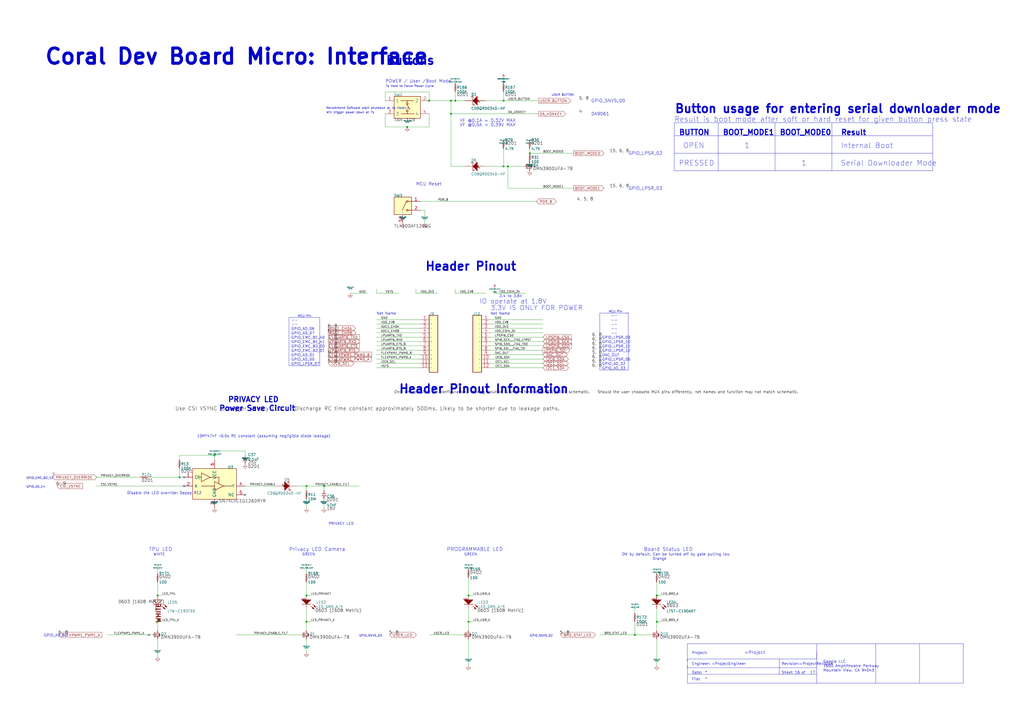
<source format=kicad_sch>
(kicad_sch (version 20230121) (generator eeschema)
  (paper "A2")
  (title_block (title "16 INTERFACE-SchDoc") (date "31 01 2024"))
  (lib_symbols
    (symbol "16 INTERFACE-SchDoc-rescue:224_1-" (pin_names (offset 1.016))
      (property "Reference" "SW" (at -15.24 2.54 0))
      (property "Value" "224_1" (at 0 0 0))
      (symbol "224_1-_0_1"
        (pin passive line (at 0 0 0) (length 5.08) (name "P") (number "1"))
        (pin passive line (at 0 -5.08 0) (length 5.08) (name "P") (number "2"))
        (pin passive line (at 10.16 -12.7 90) (length 5.08) (name "SH") (number "SH"))
      )
    )
    (symbol "16 INTERFACE-SchDoc-rescue:BUF_SN74LVC1G126DRYR-" (pin_names (offset 1.016))
      (property "Reference" "U" (at 20.32 0 0))
      (property "Value" "BUF_SN74LVC1G126DRYR" (at 0 0 0))
      (symbol "BUF_SN74LVC1G126DRYR-_0_1"
        (pin input line (at -5.08 -5.08 0) (length 5.08) (name "OE") (number "1"))
        (pin input line (at -5.08 -10.16 0) (length 5.08) (name "A") (number "2"))
        (pin power_in line (at 12.7 -22.86 90) (length 5.08) (name "GND") (number "3"))
        (pin output line (at 30.48 -10.16 180) (length 5.08) (name "Y") (number "4"))
        (pin passive line (at 30.48 -15.24 180) (length 5.08) (name "NC") (number "5"))
        (pin power_in line (at 12.7 5.08 270) (length 5.08) (name "VCC") (number "6"))
      )
    )
    (symbol "16 INTERFACE-SchDoc-rescue:CONN_HEADER_1X12_POS_0.1_INCH-" (pin_names (offset 1.016))
      (property "Reference" "J" (at -5.08 0 0))
      (property "Value" "CONN_HEADER_1X12_POS_0.1_INCH" (at 0 0 0))
      (symbol "CONN_HEADER_1X12_POS_0.1_INCH-_0_1"
        (pin passive line (at -5.08 -2.54 0) (length 5.08) (name "1") (number "1"))
        (pin passive line (at -5.08 -25.4 0) (length 5.08) (name "10") (number "10"))
        (pin passive line (at -5.08 -27.94 0) (length 5.08) (name "11") (number "11"))
        (pin passive line (at -5.08 -30.48 0) (length 5.08) (name "12") (number "12"))
        (pin passive line (at -5.08 -5.08 0) (length 5.08) (name "2") (number "2"))
        (pin passive line (at -5.08 -7.62 0) (length 5.08) (name "3") (number "3"))
        (pin passive line (at -5.08 -10.16 0) (length 5.08) (name "4") (number "4"))
        (pin passive line (at -5.08 -12.7 0) (length 5.08) (name "5") (number "5"))
        (pin passive line (at -5.08 -15.24 0) (length 5.08) (name "6") (number "6"))
        (pin passive line (at -5.08 -17.78 0) (length 5.08) (name "7") (number "7"))
        (pin passive line (at -5.08 -20.32 0) (length 5.08) (name "8") (number "8"))
        (pin passive line (at -5.08 -22.86 0) (length 5.08) (name "9") (number "9"))
      )
    )
    (symbol "16 INTERFACE-SchDoc-rescue:NFET_DMN3900UFA-" (pin_names (offset 1.016))
      (property "Reference" "Q" (at 4.318 -0.254 0))
      (property "Value" "NFET_DMN3900UFA" (at 0 0 0))
      (symbol "NFET_DMN3900UFA-_0_1"
        (pin passive line (at 0 0 0) (length 0.508) (name "G") (number "1"))
        (pin passive line (at 2.54 -2.54 90) (length 0.508) (name "S") (number "2"))
        (pin passive line (at 2.54 2.54 270) (length 0.508) (name "D") (number "3"))
      )
    )
    (symbol "16 INTERFACE-SchDoc-rescue:SWITCH_TAH1QR-" (pin_names (offset 1.016))
      (property "Reference" "SW" (at 0 0 0))
      (property "Value" "SWITCH_TAH1QR" (at 0 0 0))
      (symbol "SWITCH_TAH1QR-_0_1"
        (pin passive line (at -5.08 -2.54 0) (length 5.08) (name "1") (number "1"))
        (pin passive line (at 20.32 -2.54 180) (length 5.08) (name "2") (number "2"))
        (pin passive line (at -5.08 -10.16 0) (length 5.08) (name "3") (number "3"))
        (pin passive line (at 20.32 -10.16 180) (length 5.08) (name "4") (number "4"))
      )
    )
    (symbol "16 INTERFACE-SchDoc-rescue:__Template_Cap-" (pin_names (offset 1.016))
      (property "Reference" "C" (at 1.524 -0.508 0))
      (property "Value" "__Template_Cap" (at 0 0 0))
      (symbol "__Template_Cap-_0_1"
        (pin passive line (at 0 0 270) (length 2.032) (name "P") (number "1"))
        (pin passive line (at 0 -5.08 90) (length 2.032) (name "P") (number "2"))
      )
    )
    (symbol "16 INTERFACE-SchDoc-rescue:__Template_DIODE_SCHOTTKY-" (pin_names (offset 1.016))
      (property "Reference" "D" (at -3.556 5.334 0))
      (property "Value" "__Template_DIODE_SCHOTTKY" (at 0 0 0))
      (symbol "__Template_DIODE_SCHOTTKY-_0_1"
        (pin passive line (at -5.08 -2.54 0) (length 5.08) (name "A") (number "A"))
        (pin passive line (at 0 -5.08 90) (length 2.286) (name "P") (number "A"))
        (pin passive line (at 7.62 -2.54 180) (length 5.08) (name "K") (number "K"))
        (pin passive line (at 0 0 270) (length 2.032) (name "P") (number "K"))
      )
    )
    (symbol "16 INTERFACE-SchDoc-rescue:__Template_LED_GRN_A/K-" (pin_names (offset 1.016))
      (property "Reference" "LED" (at 5.588 -2.286 0))
      (property "Value" "__Template_LED_GRN_A/K" (at 5.588 -4.826 90))
      (symbol "__Template_LED_GRN_A/K-_0_1"
        (pin passive line (at -2.54 0 0) (length 2.54) (name "A") (number "A"))
        (pin passive line (at 5.08 0 180) (length 2.54) (name "K") (number "K"))
      )
      (symbol "__Template_LED_GRN_A/K-_1_1"
        (text "GRN" (at 0.254 -3.048 2700) (effects (font (size 0.9144 0.9144)) (justify left bottom)))
      )
    )
    (symbol "16 INTERFACE-SchDoc-rescue:__Template_LED_ORG-" (pin_names (offset 1.016))
      (property "Reference" "LED" (at 5.588 -2.286 0))
      (property "Value" "__Template_LED_ORG" (at 0 0 0))
      (symbol "__Template_LED_ORG-_0_1"
        (pin passive line (at 5.08 0 180) (length 2.54) (name "K") (number "1"))
        (pin passive line (at -2.54 0 0) (length 2.54) (name "A") (number "2"))
      )
      (symbol "__Template_LED_ORG-_1_1"
        (text "ORG" (at 0.254 -3.048 2700) (effects (font (size 0.9144 0.9144)) (justify left bottom)))
      )
    )
    (symbol "16 INTERFACE-SchDoc-rescue:__Template_LED_WHT-" (pin_names (offset 1.016))
      (property "Reference" "LED" (at 5.588 -2.286 0))
      (property "Value" "__Template_LED_WHT" (at 0 0 0))
      (symbol "__Template_LED_WHT-_0_1"
        (pin passive line (at 5.08 0 180) (length 2.54) (name "K") (number "1"))
        (pin passive line (at -2.54 0 0) (length 2.54) (name "A") (number "2"))
      )
      (symbol "__Template_LED_WHT-_1_1"
        (text "WHITE" (at 7.62 0.508 0) (effects (font (size 2.54 2.54) bold)))
      )
    )
    (symbol "16 INTERFACE-SchDoc-rescue:__Template_Resistor-" (pin_names (offset 1.016))
      (property "Reference" "R" (at 0.762 1.778 0))
      (property "Value" "__Template_Resistor" (at 0 0 0))
      (symbol "__Template_Resistor-_0_1"
        (pin passive line (at 0 0 0) (length 1.016) (name "P") (number "1"))
        (pin passive line (at 5.08 0 180) (length 1.016) (name "P") (number "2"))
      )
    )
    (symbol "power:GND" (power) (pin_names (offset 0))
      (property "Value" "GND" (at 0 -3.81 0))
      (symbol "GND_1_1"
        (pin power_in line (at 0 0 270) (length 0) hide (name "GND") (number "1"))
      )
    )
    (symbol "power:VDD" (power) (pin_names (offset 0))
      (property "Value" "VDD" (at 0 3.81 0))
      (symbol "VDD_1_1"
        (pin power_in line (at 0 0 90) (length 0) hide (name "VDD") (number "1"))
      )
    )
  )
  (junction (at 91.44 360.68))
  (junction (at 236.22 73.66))
  (junction (at 271.78 360.68))
  (junction (at 381 360.68))
  (junction (at 294.64 96.52))
  (junction (at 261.62 58.42))
  (junction (at 292.1 58.42))
  (junction (at 187.96 281.94))
  (junction (at 177.8 281.94))
  (junction (at 177.8 360.68))
  (junction (at 248.92 58.42))
  (junction (at 124.46 264.16))
  (junction (at 177.8 345.44))
  (junction (at 381 345.44))
  (junction (at 368.3 368.3))
  (junction (at 264.16 58.42))
  (junction (at 91.44 345.44))
  (junction (at 307.34 88.9))
  (junction (at 271.78 345.44))
  (junction (at 261.62 66.04))
  (junction (at 292.1 96.52))
  (junction (at 104.14 276.86))
  (no_connect (at 142.24 287.02))
  (no_connect (at 86.36 368.3))
  (no_connect (at 106.68 281.94))
  (no_connect (at 106.68 276.86))
  (wire (pts (xy 175.26 368.3) (xy 137.16 368.3)))
  (wire (pts (xy 243.84 198.12) (xy 218.44 198.12)))
  (wire (pts (xy 218.44 170.18) (xy 218.44 167.64)))
  (wire (pts (xy 208.28 281.94) (xy 187.96 281.94)))
  (wire (pts (xy 314.96 195.58) (xy 284.48 195.58)))
  (wire (pts (xy 248.92 58.42) (xy 248.92 53.34)))
  (wire (pts (xy 218.44 200.66) (xy 243.84 200.66)))
  (polyline (pts (xy 473.71 373.38) (xy 473.71 382.27)))
  (wire (pts (xy 332.74 88.9) (xy 307.34 88.9)))
  (wire (pts (xy 261.62 96.52) (xy 261.62 66.04)))
  (wire (pts (xy 81.28 276.86) (xy 55.88 276.86)))
  (wire (pts (xy 284.48 200.66) (xy 314.96 200.66)))
  (wire (pts (xy 236.22 73.66) (xy 223.52 73.66)))
  (wire (pts (xy 177.8 360.68) (xy 177.8 365.76)))
  (wire (pts (xy 292.1 58.42) (xy 292.1 53.34)))
  (wire (pts (xy 248.92 66.04) (xy 248.92 73.66)))
  (polyline (pts (xy 185.42 184.15) (xy 185.42 212.09)))
  (wire (pts (xy 304.8 96.52) (xy 294.64 96.52)))
  (wire (pts (xy 314.96 185.42) (xy 284.48 185.42)))
  (wire (pts (xy 177.8 370.84) (xy 177.8 378.46)))
  (wire (pts (xy 104.14 276.86) (xy 104.14 271.78)))
  (wire (pts (xy 287.02 170.18) (xy 304.8 170.18)))
  (wire (pts (xy 368.3 368.3) (xy 347.98 368.3)))
  (wire (pts (xy 269.24 96.52) (xy 261.62 96.52)))
  (wire (pts (xy 248.92 73.66) (xy 236.22 73.66)))
  (wire (pts (xy 124.46 261.62) (xy 142.24 261.62)))
  (wire (pts (xy 264.16 48.26) (xy 264.16 45.72)))
  (wire (pts (xy 243.84 121.92) (xy 246.38 121.92)))
  (wire (pts (xy 264.16 167.64) (xy 264.16 170.18)))
  (wire (pts (xy 271.78 327.66) (xy 271.78 330.2)))
  (wire (pts (xy 314.96 203.2) (xy 284.48 203.2)))
  (polyline (pts (xy 452.12 391.16) (xy 452.12 382.27)))
  (wire (pts (xy 243.84 195.58) (xy 218.44 195.58)))
  (wire (pts (xy 264.16 58.42) (xy 264.16 53.34)))
  (wire (pts (xy 381 345.44) (xy 381 337.82)))
  (wire (pts (xy 218.44 190.5) (xy 243.84 190.5)))
  (polyline (pts (xy 449.58 99.06) (xy 449.58 71.12)))
  (wire (pts (xy 294.64 109.22) (xy 294.64 96.52)))
  (wire (pts (xy 180.34 360.68) (xy 177.8 360.68)))
  (wire (pts (xy 314.96 208.28) (xy 284.48 208.28)))
  (wire (pts (xy 218.44 205.74) (xy 243.84 205.74)))
  (wire (pts (xy 383.54 360.68) (xy 381 360.68)))
  (wire (pts (xy 314.96 198.12) (xy 284.48 198.12)))
  (wire (pts (xy 292.1 96.52) (xy 281.94 96.52)))
  (wire (pts (xy 271.78 370.84) (xy 271.78 386.08)))
  (wire (pts (xy 86.36 276.86) (xy 104.14 276.86)))
  (wire (pts (xy 124.46 266.7) (xy 124.46 264.16)))
  (wire (pts (xy 177.8 360.68) (xy 177.8 353.06)))
  (wire (pts (xy 284.48 193.04) (xy 314.96 193.04)))
  (wire (pts (xy 91.44 360.68) (xy 91.44 353.06)))
  (wire (pts (xy 218.44 185.42) (xy 243.84 185.42)))
  (wire (pts (xy 93.98 360.68) (xy 91.44 360.68)))
  (wire (pts (xy 187.96 294.64) (xy 187.96 289.56)))
  (wire (pts (xy 294.64 96.52) (xy 292.1 96.52)))
  (wire (pts (xy 91.44 360.68) (xy 91.44 365.76)))
  (wire (pts (xy 106.68 276.86) (xy 104.14 276.86)))
  (polyline (pts (xy 398.78 391.16) (xy 473.71 391.16)))
  (wire (pts (xy 261.62 66.04) (xy 312.42 66.04)))
  (wire (pts (xy 269.24 368.3) (xy 248.92 368.3)))
  (wire (pts (xy 124.46 264.16) (xy 124.46 261.62)))
  (wire (pts (xy 381 330.2) (xy 381 332.74)))
  (wire (pts (xy 314.96 210.82) (xy 284.48 210.82)))
  (wire (pts (xy 312.42 58.42) (xy 292.1 58.42)))
  (polyline (pts (xy 398.78 382.27) (xy 398.78 383.54)))
  (wire (pts (xy 368.3 355.6) (xy 368.3 350.52)))
  (polyline (pts (xy 473.71 382.27) (xy 398.78 382.27)))
  (wire (pts (xy 241.3 170.18) (xy 254 170.18)))
  (wire (pts (xy 243.84 213.36) (xy 218.44 213.36)))
  (wire (pts (xy 177.8 345.44) (xy 177.8 337.82)))
  (wire (pts (xy 314.96 213.36) (xy 284.48 213.36)))
  (wire (pts (xy 88.9 368.3) (xy 62.23 368.3)))
  (wire (pts (xy 292.1 58.42) (xy 281.94 58.42)))
  (wire (pts (xy 307.34 88.9) (xy 307.34 86.36)))
  (polyline (pts (xy 364.49 214.63) (xy 347.98 214.63)))
  (wire (pts (xy 243.84 187.96) (xy 218.44 187.96)))
  (wire (pts (xy 261.62 58.42) (xy 261.62 66.04)))
  (polyline (pts (xy 541.02 88.9) (xy 391.16 88.9)))
  (polyline (pts (xy 398.78 396.24) (xy 398.78 373.38)))
  (wire (pts (xy 246.38 121.92) (xy 246.38 129.54)))
  (wire (pts (xy 381 365.76) (xy 381 360.68)))
  (polyline (pts (xy 363.22 181.61) (xy 364.49 181.61)))
  (wire (pts (xy 287.02 167.64) (xy 287.02 170.18)))
  (wire (pts (xy 332.74 109.22) (xy 294.64 109.22)))
  (wire (pts (xy 314.96 190.5) (xy 284.48 190.5)))
  (wire (pts (xy 243.84 203.2) (xy 218.44 203.2)))
  (wire (pts (xy 378.46 368.3) (xy 368.3 368.3)))
  (polyline (pts (xy 185.42 212.09) (xy 167.64 212.09)))
  (polyline (pts (xy 473.71 396.24) (xy 473.71 391.16)))
  (wire (pts (xy 213.36 170.18) (xy 203.2 170.18)))
  (polyline (pts (xy 473.71 391.16) (xy 473.71 387.35)))
  (polyline (pts (xy 167.64 184.15) (xy 185.42 184.15)))
  (wire (pts (xy 106.68 281.94) (xy 55.88 281.94)))
  (polyline (pts (xy 533.4 396.24) (xy 533.4 373.38)))
  (wire (pts (xy 160.02 281.94) (xy 142.24 281.94)))
  (wire (pts (xy 243.84 208.28) (xy 218.44 208.28)))
  (polyline (pts (xy 416.56 99.06) (xy 416.56 71.12)))
  (wire (pts (xy 264.16 170.18) (xy 281.94 170.18)))
  (wire (pts (xy 177.8 332.74) (xy 177.8 327.66)))
  (wire (pts (xy 284.48 205.74) (xy 314.96 205.74)))
  (wire (pts (xy 292.1 48.26) (xy 292.1 45.72)))
  (wire (pts (xy 381 370.84) (xy 381 386.08)))
  (polyline (pts (xy 398.78 396.24) (xy 558.8 396.24)))
  (wire (pts (xy 271.78 345.44) (xy 274.32 345.44)))
  (wire (pts (xy 269.24 58.42) (xy 264.16 58.42)))
  (wire (pts (xy 241.3 167.64) (xy 241.3 170.18)))
  (polyline (pts (xy 473.71 378.46) (xy 473.71 387.35)))
  (polyline (pts (xy 558.8 396.24) (xy 558.8 373.38)))
  (wire (pts (xy 223.52 73.66) (xy 223.52 66.04)))
  (wire (pts (xy 91.44 381) (xy 91.44 370.84)))
  (wire (pts (xy 243.84 210.82) (xy 218.44 210.82)))
  (polyline (pts (xy 364.49 181.61) (xy 364.49 214.63)))
  (wire (pts (xy 368.3 368.3) (xy 368.3 360.68)))
  (wire (pts (xy 180.34 345.44) (xy 177.8 345.44)))
  (wire (pts (xy 104.14 266.7) (xy 104.14 264.16)))
  (polyline (pts (xy 391.16 71.12) (xy 541.02 71.12)))
  (wire (pts (xy 248.92 53.34) (xy 223.52 53.34)))
  (wire (pts (xy 177.8 289.56) (xy 177.8 294.64)))
  (polyline (pts (xy 398.78 387.35) (xy 398.78 386.08)))
  (wire (pts (xy 177.8 281.94) (xy 172.72 281.94)))
  (wire (pts (xy 381 345.44) (xy 383.54 345.44)))
  (polyline (pts (xy 473.71 387.35) (xy 398.78 387.35)))
  (wire (pts (xy 274.32 360.68) (xy 271.78 360.68)))
  (wire (pts (xy 264.16 58.42) (xy 261.62 58.42)))
  (polyline (pts (xy 391.16 99.06) (xy 391.16 71.12)))
  (wire (pts (xy 314.96 187.96) (xy 284.48 187.96)))
  (polyline (pts (xy 347.98 214.63) (xy 347.98 181.61)))
  (polyline (pts (xy 482.6 99.06) (xy 482.6 71.12)))
  (wire (pts (xy 243.84 116.84) (xy 311.15 116.84)))
  (wire (pts (xy 243.84 193.04) (xy 218.44 193.04)))
  (wire (pts (xy 223.52 53.34) (xy 223.52 58.42)))
  (wire (pts (xy 271.78 360.68) (xy 271.78 365.76)))
  (polyline (pts (xy 508 396.24) (xy 508 373.38)))
  (polyline (pts (xy 167.64 212.09) (xy 167.64 184.15)))
  (wire (pts (xy 271.78 353.06) (xy 271.78 360.68)))
  (polyline (pts (xy 347.98 181.61) (xy 364.49 181.61)))
  (wire (pts (xy 271.78 335.28) (xy 271.78 345.44)))
  (polyline (pts (xy 398.78 373.38) (xy 558.8 373.38)))
  (wire (pts (xy 177.8 284.48) (xy 177.8 281.94)))
  (wire (pts (xy 381 360.68) (xy 381 353.06)))
  (polyline (pts (xy 541.02 99.06) (xy 541.02 71.12)))
  (wire (pts (xy 261.62 58.42) (xy 248.92 58.42)))
  (wire (pts (xy 187.96 281.94) (xy 177.8 281.94)))
  (wire (pts (xy 93.98 345.44) (xy 91.44 345.44)))
  (wire (pts (xy 231.14 170.18) (xy 218.44 170.18)))
  (wire (pts (xy 91.44 345.44) (xy 91.44 337.82)))
  (polyline (pts (xy 391.16 99.06) (xy 541.02 99.06)))
  (wire (pts (xy 91.44 332.74) (xy 91.44 327.66)))
  (wire (pts (xy 292.1 96.52) (xy 292.1 86.36)))
  (wire (pts (xy 104.14 264.16) (xy 124.46 264.16)))
  (wire (pts (xy 142.24 261.62) (xy 142.24 264.16)))
  (polyline (pts (xy 541.02 78.74) (xy 391.16 78.74)))
  (wire (pts (xy 187.96 284.48) (xy 187.96 281.94)))
  (text "ON by default. Can be turned off by gate pulling low" (at 360.68 322.58 0) (effects (font (size 1.524 1.524)) (justify left bottom)))
  (text "*" (at 408.94 394.97 0) (effects (font (size 1.524 1.524)) (justify left bottom)))
  (text "GPIO_AD_02" (at 25.4 369.57 0) (effects (font (size 1.524 1.524)) (justify left bottom)))
  (text "3.3V IS ONLY FOR POWER" (at 284.48 180.34 0) (effects (font (size 2.7432 2.7432)) (justify left bottom)))
  (text "OPEN" (at 396.24 86.36 0) (effects (font (size 3.048 3.048)) (justify left bottom)))
  (text "Result" (at 487.68 78.74 0) (effects (font (size 3.048 3.048) (thickness 0.6096) bold) (justify left bottom)))
  (text "GPIO_EMC_B1_41" (at 168.91 199.39 0) (effects (font (size 1.524 1.524)) (justify left bottom)))
  (text "GPIO_SNVS_03" (at 208.28 369.57 0) (effects (font (size 1.2192 1.2192)) (justify left bottom)))
  (text "16" (at 461.01 391.16 0) (effects (font (size 1.524 1.524)) (justify left bottom)))
  (text "1" (at 431.8 86.36 0) (effects (font (size 3.048 3.048)) (justify left bottom)))
  (text "GREEN" (at 175.26 322.58 0) (effects (font (size 1.524 1.524)) (justify left bottom)))
  (text "WHITE" (at 88.9 322.58 0) (effects (font (size 1.524 1.524)) (justify left bottom)))
  (text "Buttons" (at 223.52 38.1 0) (effects (font (size 4.8768 4.8768) (thickness 0.9754) bold) (justify left bottom)))
  (text "DAC_OUT" (at 349.25 207.01 0) (effects (font (size 1.524 1.524)) (justify left bottom)))
  (text "Board Status LED" (at 373.38 320.04 0) (effects (font (size 2.1336 2.1336)) (justify left bottom)))
  (text "PRIVACY LED" (at 190.5 304.8 0) (effects (font (size 1.524 1.524)) (justify left bottom)))
  (text "IO operate at 1.8V" (at 278.13 176.53 0) (effects (font (size 2.7432 2.7432)) (justify left bottom)))
  (text "Project:" (at 401.32 379.73 0) (effects (font (size 1.524 1.524)) (justify left bottom)))
  (text "--" (at 354.33 191.77 0) (effects (font (size 1.524 1.524)) (justify left bottom)))
  (text "Engineer:" (at 401.32 386.08 0) (effects (font (size 1.524 1.524)) (justify left bottom)))
  (text "--" (at 354.33 184.15 0) (effects (font (size 1.524 1.524)) (justify left bottom)))
  (text "Net Name" (at 284.48 182.88 0) (effects (font (size 1.524 1.524)) (justify left bottom)))
  (text "GPIO_LPSR_02" (at 364.49 90.17 0) (effects (font (size 1.8288 1.8288)) (justify left bottom)))
  (text "VF @0.5A = 0.39V MAX" (at 266.7 73.66 0) (effects (font (size 1.8288 1.8288)) (justify left bottom)))
  (text "PRESSED" (at 393.7 96.52 0) (effects (font (size 3.048 3.048)) (justify left bottom)))
  (text "--" (at 354.33 189.23 0) (effects (font (size 1.524 1.524)) (justify left bottom)))
  (text "GREEN" (at 269.24 322.58 0) (effects (font (size 1.524 1.524)) (justify left bottom)))
  (text "POWER / User /Boot Mode" (at 223.52 48.26 0) (effects (font (size 1.8288 1.8288)) (justify left bottom)))
  (text "MCU Pin" (at 353.06 181.61 0) (effects (font (size 1.2192 1.2192)) (justify left bottom)))
  (text "Result is boot mode after soft or hard reset for given button press state" (at 391.16 71.12 0) (effects (font (size 3.048 3.048)) (justify left bottom)))
  (text "MCU Pin" (at 172.72 184.15 0) (effects (font (size 1.2192 1.2192)) (justify left bottom)))
  (text "1600 Amphitheatre Parkway" (at 477.52 387.35 0) (effects (font (size 1.524 1.524)) (justify left bottom)))
  (text "--" (at 354.33 194.31 0) (effects (font (size 1.524 1.524)) (justify left bottom)))
  (text "GPIO_LPSR_09" (at 349.25 196.85 0) (effects (font (size 1.524 1.524)) (justify left bottom)))
  (text "Power Save Circuit" (at 127 238.76 0) (effects (font (size 3.048 3.048) (thickness 0.6096) bold) (justify left bottom)))
  (text "GPIO_EMC_B2_00" (at 168.91 201.93 0) (effects (font (size 1.524 1.524)) (justify left bottom)))
  (text "GPIO_EMC_B2_01" (at 168.91 204.47 0) (effects (font (size 1.524 1.524)) (justify left bottom)))
  (text "Google LLC" (at 477.52 384.81 0) (effects (font (size 1.524 1.524)) (justify left bottom)))
  (text "Will trigger power down at 7s" (at 189.23 66.04 0) (effects (font (size 1.2192 1.2192)) (justify left bottom)))
  (text "1" (at 464.82 96.52 0) (effects (font (size 3.048 3.048)) (justify left bottom)))
  (text "Internal Boot" (at 487.68 86.36 0) (effects (font (size 3.048 3.048)) (justify left bottom)))
  (text "Orange" (at 378.46 325.12 0) (effects (font (size 1.524 1.524)) (justify left bottom)))
  (text "VF @0.1A = 0.32V MAX" (at 266.7 71.12 0) (effects (font (size 1.8288 1.8288)) (justify left bottom)))
  (text "--" (at 354.33 186.69 0) (effects (font (size 1.524 1.524)) (justify left bottom)))
  (text "File:" (at 401.32 394.97 0) (effects (font (size 1.524 1.524)) (justify left bottom)))
  (text "=ProjectRevision" (at 463.55 386.08 0) (effects (font (size 1.524 1.524)) (justify left bottom)))
  (text "Privacy LED Camera" (at 167.64 320.04 0) (effects (font (size 2.1336 2.1336)) (justify left bottom)))
  (text "BOOT_MODE0" (at 452.12 78.74 0) (effects (font (size 3.048 3.048) (thickness 0.6096) bold) (justify left bottom)))
  (text "GPIO_LPSR_06" (at 349.25 209.55 0) (effects (font (size 1.524 1.524)) (justify left bottom)))
  (text "--" (at 168.91 189.23 0) (effects (font (size 1.524 1.524)) (justify left bottom)))
  (text "Recommend Software start shutdown at 4s Hold>>" (at 189.23 63.5 0) (effects (font (size 1.2192 1.2192)) (justify left bottom)))
  (text "Revision:" (at 453.39 386.08 0) (effects (font (size 1.524 1.524)) (justify left bottom)))
  (text "MCU Reset" (at 241.3 107.95 0) (effects (font (size 1.8288 1.8288)) (justify left bottom)))
  (text "Header Pinout Information" (at 231.14 228.6 0) (effects (font (size 4.8768 4.8768) (thickness 0.9754) bold) (justify left bottom)))
  (text "GPIO_SNVS_00" (at 342.9 59.69 0) (effects (font (size 1.8288 1.8288)) (justify left bottom)))
  (text "GPIO_LPSR_11" (at 349.25 201.93 0) (effects (font (size 1.524 1.524)) (justify left bottom)))
  (text "GPIO_LPSR_07" (at 168.91 212.09 0) (effects (font (size 1.524 1.524)) (justify left bottom)))
  (text "Header Pinout" (at 246.38 157.48 0) (effects (font (size 4.8768 4.8768) (thickness 0.9754) bold) (justify left bottom)))
  (text "17" (at 469.9 391.16 0) (effects (font (size 1.524 1.524)) (justify left bottom)))
  (text "GPIO_LPSR_03" (at 364.49 110.49 0) (effects (font (size 1.8288 1.8288)) (justify left bottom)))
  (text "Date:" (at 401.32 391.16 0) (effects (font (size 1.524 1.524)) (justify left bottom)))
  (text "GPIO_AD_01" (at 168.91 207.01 0) (effects (font (size 1.524 1.524)) (justify left bottom)))
  (text "*" (at 408.94 391.16 0) (effects (font (size 1.524 1.524)) (justify left bottom)))
  (text "BOOT_MODE1" (at 419.1 78.74 0) (effects (font (size 3.048 3.048) (thickness 0.6096) bold) (justify left bottom)))
  (text "GPIO_EMC_B2_12" (at 15.24 278.13 0) (effects (font (size 1.2192 1.2192)) (justify left bottom)))
  (text "Coral Dev Board Micro: Interface" (at 25.4 38.1 0) (effects (font (size 8.8392 8.8392) (thickness 1.7678) bold) (justify left bottom)))
  (text "Disable the LED override: Depop R12" (at 73.66 287.02 0) (effects (font (size 1.524 1.524)) (justify left bottom)))
  (text "GPIO_SNVS_02" (at 307.34 369.57 0) (effects (font (size 1.2192 1.2192)) (justify left bottom)))
  (text "GPIO_AD_00" (at 168.91 209.55 0) (effects (font (size 1.524 1.524)) (justify left bottom)))
  (text "GPIO_AD_07" (at 168.91 194.31 0) (effects (font (size 1.524 1.524)) (justify left bottom)))
  (text "=Project" (at 431.8 379.73 0) (effects (font (size 1.8288 1.8288)) (justify left bottom)))
  (text "Net Name" (at 218.44 182.88 0) (effects (font (size 1.524 1.524)) (justify left bottom)))
  (text "=ProjectEngineer" (at 412.75 386.08 0) (effects (font (size 1.524 1.524)) (justify left bottom)))
  (text "10M*47nF ~0.5s RC constant (assuming negligible diode leakage)" (at 114.3 254 0) (effects (font (size 1.524 1.524)) (justify left bottom)))
  (text "of" (at 464.82 391.16 0) (effects (font (size 1.524 1.524)) (justify left bottom)))
  (text "GPIO_LPSR_10" (at 349.25 199.39 0) (effects (font (size 1.524 1.524)) (justify left bottom)))
  (text "GPIO_AD_33" (at 349.25 214.63 0) (effects (font (size 1.524 1.524)) (justify left bottom)))
  (text "Button usage for entering serial downloader mode" (at 391.16 66.04 0) (effects (font (size 4.8768 4.8768) (thickness 0.9754) bold) (justify left bottom)))
  (text "DA9061" (at 342.9 67.31 0) (effects (font (size 1.8288 1.8288)) (justify left bottom)))
  (text "PROGRAMMABLE LED" (at 259.08 320.04 0) (effects (font (size 2.1336 2.1336)) (justify left bottom)))
  (text "USER BUTTON" (at 320.04 55.88 0) (effects (font (size 1.2192 1.2192)) (justify left bottom)))
  (text "Mountain View, CA 94043" (at 477.52 389.89 0) (effects (font (size 1.524 1.524)) (justify left bottom)))
  (text "GPIO_EMC_B1_40" (at 168.91 196.85 0) (effects (font (size 1.524 1.524)) (justify left bottom)))
  (text "2.4 to 3.6V" (at 289.56 172.72 0) (effects (font (size 1.524 1.524)) (justify left bottom)))
  (text "GPIO_LPSR_12" (at 349.25 204.47 0) (effects (font (size 1.524 1.524)) (justify left bottom)))
  (text "--" (at 168.91 186.69 0) (effects (font (size 1.524 1.524)) (justify left bottom)))
  (text "PRIVACY LED" (at 132.08 233.68 0) (effects (font (size 3.048 3.048) (thickness 0.6096) bold) (justify left bottom)))
  (text "GPIO_AD_32" (at 349.25 212.09 0) (effects (font (size 1.524 1.524)) (justify left bottom)))
  (text "TPU LED" (at 86.36 320.04 0) (effects (font (size 2.1336 2.1336)) (justify left bottom)))
  (text "GPIO_AD_06" (at 168.91 191.77 0) (effects (font (size 1.524 1.524)) (justify left bottom)))
  (text "GPIO_AD_14" (at 15.24 283.21 0) (effects (font (size 1.2192 1.2192)) (justify left bottom)))
  (text "Sheet" (at 453.39 391.16 0) (effects (font (size 1.524 1.524)) (justify left bottom)))
  (text "BUTTON" (at 393.7 78.74 0) (effects (font (size 3.048 3.048) (thickness 0.6096) bold) (justify left bottom)))
  (text "Serial Downloader Mode" (at 487.68 96.52 0) (effects (font (size 3.048 3.048)) (justify left bottom)))
  (text "7s Hold to Force Power Cycle" (at 223.52 50.8 0) (effects (font (size 1.2192 1.2192)) (justify left bottom)))
  (label "GND" (at 220.98 185.42 0) (effects (font (size 1.2192 1.2192))))
  (label "6, 8" (at 343.408 210.82 0) (effects (font (size 1.778 1.778))))
  (label "SPI6_SDO__JTAG_TDO" (at 287.02 200.66 0) (effects (font (size 1.2192 1.2192))))
  (label "I2C6_SCL" (at 220.98 210.82 0) (effects (font (size 1.2192 1.2192))))
  (label "I2C1_SDA" (at 287.02 213.36 0) (effects (font (size 1.2192 1.2192))))
  (label "6, 8" (at 189.992 208.28 0) (effects (font (size 1.778 1.778))))
  (label "7, 8" (at 189.992 195.58 0) (effects (font (size 1.778 1.778))))
  (label "4, 5, 8" (at 334.518 116.84 0) (effects (font (size 1.778 1.778))))
  (label "0603" (at 386.588 352.806 0) (effects (font (size 1.778 1.778))))
  (label "LED_BRD_K" (at 383.54 360.68 0) (effects (font (size 1.2192 1.2192))))
  (label "SPI6_SCK__JTAG_nTRST" (at 287.02 198.12 0) (effects (font (size 1.2192 1.2192))))
  (label "0402" (at 381.762 336.042 0) (effects (font (size 1.778 1.778))))
  (label "6, 8" (at 33.782 368.3 0) (effects (font (size 1.778 1.778))))
  (label "LED_BRD_A" (at 383.54 345.44 0) (effects (font (size 1.2192 1.2192))))
  (label "0201" (at 104.902 274.828 0) (effects (font (size 1.778 1.778))))
  (label "SPI6_SDI__JTAG_TDI" (at 287.02 203.2 0) (effects (font (size 1.2192 1.2192))))
  (label "5, 8" (at 225.552 368.3 0) (effects (font (size 1.778 1.778))))
  (label "DMN3900UFA-7B" (at 382.778 371.094 0) (effects (font (size 1.778 1.778))))
  (label "7, 8" (at 189.992 198.12 0) (effects (font (size 1.778 1.778))))
  (label "0201" (at 292.862 84.582 0) (effects (font (size 1.778 1.778))))
  (label "16V" (at 189.484 296.418 0) (effects (font (size 1.778 1.778))))
  (label "POR_B" (at 254 116.84 0) (effects (font (size 1.2192 1.2192))))
  (label "VDD_1V8" (at 220.98 187.96 0) (effects (font (size 1.2192 1.2192))))
  (label "DMN3900UFA-7B" (at 273.558 371.094 0) (effects (font (size 1.778 1.778))))
  (label "LPUART6_RXD" (at 220.98 198.12 0) (effects (font (size 1.2192 1.2192))))
  (label "GND" (at 287.02 185.42 0) (effects (font (size 1.2192 1.2192))))
  (label "6, 9" (at 32.512 281.94 0) (effects (font (size 1.778 1.778))))
  (label "GND" (at 208.28 170.18 0) (effects (font (size 1.2192 1.2192))))
  (label "LED_USR_K" (at 274.32 360.68 0) (effects (font (size 1.2192 1.2192))))
  (label "LPUART6_TXD" (at 220.98 195.58 0) (effects (font (size 1.2192 1.2192))))
  (label "6, 8" (at 189.992 190.5 0) (effects (font (size 1.778 1.778))))
  (label "6, 8" (at 189.992 205.74 0) (effects (font (size 1.778 1.778))))
  (label "FLEXPWM1_PWM0_A" (at 220.98 208.28 0) (effects (font (size 1.2192 1.2192))))
  (label "25V" (at 143.764 269.748 0) (effects (font (size 1.778 1.778))))
  (label "VDD_3V3" (at 287.02 190.5 0) (effects (font (size 1.2192 1.2192))))
  (label "BOOT_MODE0" (at 314.96 88.9 0) (effects (font (size 1.2192 1.2192))))
  (label "DMN3900UFA-7B" (at 309.118 99.314 0) (effects (font (size 1.778 1.778))))
  (label "VDD_3V3" (at 243.84 170.18 0) (effects (font (size 1.2192 1.2192))))
  (label "BOOT_MODE1" (at 314.96 109.22 0) (effects (font (size 1.2192 1.2192))))
  (label "LED_USR_A" (at 274.32 345.44 0) (effects (font (size 1.2192 1.2192))))
  (label "PRIVACY_ENABLE" (at 144.78 281.94 0) (effects (font (size 1.2192 1.2192))))
  (label "DA_nONKEY" (at 294.64 66.04 0) (effects (font (size 1.2192 1.2192))))
  (label "VSYS" (at 223.52 170.18 0) (effects (font (size 1.2192 1.2192))))
  (label "LPUART6_CTS_B" (at 220.98 200.66 0) (effects (font (size 1.2192 1.2192))))
  (label "FLEXPWM1_PWM0_B" (at 220.98 205.74 0) (effects (font (size 1.2192 1.2192))))
  (label "6, 8" (at 343.408 203.2 0) (effects (font (size 1.778 1.778))))
  (label "USER_BUTTON" (at 294.64 58.42 0) (effects (font (size 1.2192 1.2192))))
  (label "0201" (at 82.042 280.162 0) (effects (font (size 1.778 1.778))))
  (label "15, 6, 8" (at 353.568 109.22 0) (effects (font (size 1.778 1.778))))
  (label "0402" (at 178.562 336.042 0) (effects (font (size 1.778 1.778))))
  (label "0402" (at 272.542 333.502 0) (effects (font (size 1.778 1.778))))
  (label "6, 8" (at 343.408 208.28 0) (effects (font (size 1.778 1.778))))
  (label "VDD_1V8" (at 266.7 170.18 0) (effects (font (size 1.2192 1.2192))))
  (label "5, 8" (at 324.612 368.3 0) (effects (font (size 1.778 1.778))))
  (label "LPUART6_RTS_B" (at 220.98 203.2 0) (effects (font (size 1.2192 1.2192))))
  (label "VDD_COIN_3V" (at 289.56 170.18 0) (effects (font (size 1.2192 1.2192))))
  (label "PRIVACY_ENABLE_FILT" (at 147.32 368.3 0) (effects (font (size 1.2192 1.2192))))
  (label "7, 8" (at 189.992 200.66 0) (effects (font (size 1.778 1.778))))
  (label "5, 8" (at 343.408 205.74 0) (effects (font (size 1.778 1.778))))
  (label "PRIVACY_ENABLE_FILT" (at 182.88 281.94 0) (effects (font (size 1.2192 1.2192))))
  (label "6, 8" (at 343.408 198.12 0) (effects (font (size 1.778 1.778))))
  (label "BRD_STAT_LED" (at 350.52 368.3 0) (effects (font (size 1.2192 1.2192))))
  (label "Only one possible pin configuration/ muxing solution is shown for the IMXRT1170 in schematic.    Should the user chooseto MUX pins differently, net names and function may not match schematic." (at 228.6 228.6 0) (effects (font (size 1.524 1.524))))
  (label "7" (at 29.972 276.86 0) (effects (font (size 1.778 1.778))))
  (label "LED_PRIVACY" (at 180.34 345.44 0) (effects (font (size 1.2192 1.2192))))
  (label "4" (at 335.788 66.04 0) (effects (font (size 1.778 1.778))))
  (label "ADC1_CH0A" (at 220.98 190.5 0) (effects (font (size 1.2192 1.2192))))
  (label "FLEXPWM1_PWM1_A" (at 66.04 368.3 0) (effects (font (size 1.2192 1.2192))))
  (label "I2C6_SDA" (at 287.02 208.28 0) (effects (font (size 1.2192 1.2192))))
  (label "0603 (1608 Metric)" (at 68.58 350.52 0) (effects (font (size 1.778 1.778))))
  (label "DMN3900UFA-7B" (at 179.578 371.094 0) (effects (font (size 1.778 1.778))))
  (label "I2C1_SCL" (at 287.02 210.82 0) (effects (font (size 1.2192 1.2192))))
  (label "VDD_1V8" (at 287.02 187.96 0) (effects (font (size 1.2192 1.2192))))
  (label "TAH-1QR" (at 228.6 71.12 0) (effects (font (size 1.778 1.778))))
  (label "LED_TPU_K" (at 93.98 360.68 0) (effects (font (size 1.2192 1.2192))))
  (label "0201" (at 292.862 56.388 0) (effects (font (size 1.778 1.778))))
  (label "VDD_COIN_3V" (at 287.02 193.04 0) (effects (font (size 1.2192 1.2192))))
  (label "0201" (at 143.764 272.034 0) (effects (font (size 1.778 1.778))))
  (label "0201" (at 264.922 56.388 0) (effects (font (size 1.778 1.778))))
  (label "DMN3900UFA-7B" (at 93.218 371.094 0) (effects (font (size 1.778 1.778))))
  (label "7, 8" (at 189.992 203.2 0) (effects (font (size 1.778 1.778))))
  (label "SN74LVC1G126DRYR" (at 127 292.1 0) (effects (font (size 1.778 1.778))))
  (label "ADC1_CH0B" (at 220.98 193.04 0) (effects (font (size 1.2192 1.2192))))
  (label "6, 8" (at 343.408 213.36 0) (effects (font (size 1.778 1.778))))
  (label "VSYS" (at 220.98 213.36 0) (effects (font (size 1.2192 1.2192))))
  (label "PRIVACY_OVERRIDE" (at 58.42 276.86 0) (effects (font (size 1.2192 1.2192))))
  (label "DAC_OUT" (at 287.02 205.74 0) (effects (font (size 1.2192 1.2192))))
  (label "USER_LED" (at 251.46 368.3 0) (effects (font (size 1.2192 1.2192))))
  (label "0201" (at 369.062 363.728 0) (effects (font (size 1.778 1.778))))
  (label "15, 6, 8" (at 353.568 88.9 0) (effects (font (size 1.778 1.778))))
  (label "LED_TPU" (at 93.98 345.44 0) (effects (font (size 1.2192 1.2192))))
  (label "0201" (at 189.484 291.338 0) (effects (font (size 1.778 1.778))))
  (label "6, 8" (at 189.992 210.82 0) (effects (font (size 1.778 1.778))))
  (label "Use CSI VSYNC to trigger privacy LED.    Discharge RC time constant approximately 500ms. Likely to be shorter due to leakage paths." (at 101.6 238.76 0) (effects (font (size 2.1336 2.1336))))
  (label "0201" (at 308.102 84.582 0) (effects (font (size 1.778 1.778))))
  (label "LPSPI6_CS0" (at 287.02 195.58 0) (effects (font (size 1.2192 1.2192))))
  (label "LED_PRIVACY_K" (at 180.34 360.68 0) (effects (font (size 1.2192 1.2192))))
  (label "0402" (at 92.202 336.042 0) (effects (font (size 1.778 1.778))))
  (label "6, 8" (at 343.408 200.66 0) (effects (font (size 1.778 1.778))))
  (label "6, 8" (at 343.408 195.58 0) (effects (font (size 1.778 1.778))))
  (label "5, 8" (at 335.788 58.42 0) (effects (font (size 1.778 1.778))))
  (label "0603 (1608 Metric)" (at 276.86 355.6 0) (effects (font (size 1.778 1.778))))
  (label "6, 8" (at 189.992 193.04 0) (effects (font (size 1.778 1.778))))
  (label "CSI_VSYNC" (at 58.42 281.94 0) (effects (font (size 1.2192 1.2192))))
  (label "0603 (1608 Metric)" (at 182.88 355.6 0) (effects (font (size 1.778 1.778))))
  (label "TL4100AF120QG" (at 228.6 132.588 0) (effects (font (size 1.778 1.778))))
  (global_label "FLEXPWM1_PWM0_B" (shape input) (at 190.5 205.74 0) (effects (font (size 1.524 1.524))) (property "Intersheetrefs" "${INTERSHEET_REFS}" (effects hide)))
  (global_label "FLEXPWM1_PWM0_A" (shape input) (at 190.5 208.28 0) (effects (font (size 1.524 1.524))) (property "Intersheetrefs" "${INTERSHEET_REFS}" (effects hide)))
  (global_label "LPSPI6_CS0" (shape input) (at 314.96 195.58 0) (effects (font (size 1.524 1.524))) (property "Intersheetrefs" "${INTERSHEET_REFS}" (effects hide)))
  (global_label "USER_BUTTON" (shape output) (at 312.42 58.42 0) (effects (font (size 1.524 1.524))) (property "Intersheetrefs" "${INTERSHEET_REFS}" (effects hide)))
  (global_label "ADC1_CH0A" (shape output) (at 190.5 190.5 0) (effects (font (size 1.524 1.524))) (property "Intersheetrefs" "${INTERSHEET_REFS}" (effects hide)))
  (global_label "BRD_STAT_LED" (shape bidirectional) (at 325.12 368.3 0) (effects (font (size 1.524 1.524))) (property "Intersheetrefs" "${INTERSHEET_REFS}" (effects hide)))
  (global_label "BOOT_MODE0" (shape output) (at 332.74 88.9 0) (effects (font (size 1.524 1.524))) (property "Intersheetrefs" "${INTERSHEET_REFS}" (effects hide)))
  (global_label "FLEXPWM1_PWM1_A" (shape input) (at 34.29 368.3 0) (effects (font (size 1.524 1.524))) (property "Intersheetrefs" "${INTERSHEET_REFS}" (effects hide)))
  (global_label "BOOT_MODE1" (shape output) (at 332.74 109.22 0) (effects (font (size 1.524 1.524))) (property "Intersheetrefs" "${INTERSHEET_REFS}" (effects hide)))
  (global_label "USER_LED" (shape bidirectional) (at 226.06 368.3 0) (effects (font (size 1.524 1.524))) (property "Intersheetrefs" "${INTERSHEET_REFS}" (effects hide)))
  (global_label "I2C1_SDA" (shape bidirectional) (at 314.96 213.36 0) (effects (font (size 1.524 1.524))) (property "Intersheetrefs" "${INTERSHEET_REFS}" (effects hide)))
  (global_label "I2C6_SCL" (shape bidirectional) (at 190.5 210.82 0) (effects (font (size 1.524 1.524))) (property "Intersheetrefs" "${INTERSHEET_REFS}" (effects hide)))
  (global_label "ADC1_CH0B" (shape output) (at 190.5 193.04 0) (effects (font (size 1.524 1.524))) (property "Intersheetrefs" "${INTERSHEET_REFS}" (effects hide)))
  (global_label "POR_B" (shape bidirectional) (at 311.15 116.84 0) (effects (font (size 1.524 1.524))) (property "Intersheetrefs" "${INTERSHEET_REFS}" (effects hide)))
  (global_label "I2C1_SCL" (shape bidirectional) (at 314.96 210.82 0) (effects (font (size 1.524 1.524))) (property "Intersheetrefs" "${INTERSHEET_REFS}" (effects hide)))
  (global_label "LPUART6_RTS" (shape output) (at 190.5 203.2 0) (effects (font (size 1.524 1.524))) (property "Intersheetrefs" "${INTERSHEET_REFS}" (effects hide)))
  (global_label "DAC_OUT" (shape bidirectional) (at 314.96 205.74 0) (effects (font (size 1.524 1.524))) (property "Intersheetrefs" "${INTERSHEET_REFS}" (effects hide)))
  (global_label "LPUART6_TXD" (shape input) (at 190.5 195.58 0) (effects (font (size 1.524 1.524))) (property "Intersheetrefs" "${INTERSHEET_REFS}" (effects hide)))
  (global_label "PRIVACY_OVERRIDE" (shape bidirectional) (at 30.48 276.86 0) (effects (font (size 1.524 1.524))) (property "Intersheetrefs" "${INTERSHEET_REFS}" (effects hide)))
  (global_label "I2C6_SDA" (shape bidirectional) (at 314.96 208.28 0) (effects (font (size 1.524 1.524))) (property "Intersheetrefs" "${INTERSHEET_REFS}" (effects hide)))
  (global_label "LPSPI6_SDO" (shape input) (at 314.96 200.66 0) (effects (font (size 1.524 1.524))) (property "Intersheetrefs" "${INTERSHEET_REFS}" (effects hide)))
  (global_label "LPSPI6_SCK" (shape input) (at 314.96 198.12 0) (effects (font (size 1.524 1.524))) (property "Intersheetrefs" "${INTERSHEET_REFS}" (effects hide)))
  (global_label "DA_nONKEY" (shape output) (at 312.42 66.04 0) (effects (font (size 1.524 1.524))) (property "Intersheetrefs" "${INTERSHEET_REFS}" (effects hide)))
  (global_label "LPUART6_CTS" (shape input) (at 190.5 200.66 0) (effects (font (size 1.524 1.524))) (property "Intersheetrefs" "${INTERSHEET_REFS}" (effects hide)))
  (global_label "CSI_VSYNC" (shape input) (at 33.02 281.94 0) (effects (font (size 1.524 1.524))) (property "Intersheetrefs" "${INTERSHEET_REFS}" (effects hide)))
  (global_label "LPSPI6_SDI" (shape output) (at 314.96 203.2 0) (effects (font (size 1.524 1.524))) (property "Intersheetrefs" "${INTERSHEET_REFS}" (effects hide)))
  (global_label "LPUART6_RXD" (shape output) (at 190.5 198.12 0) (effects (font (size 1.524 1.524))) (property "Intersheetrefs" "${INTERSHEET_REFS}" (effects hide)))
  (symbol (lib_id "16 INTERFACE-SchDoc-rescue:__Template_Resistor-") (at 104.14 271.78 90) (unit 1)
    (property "Reference" "R13" (at 104.902 270.002 90) (effects (font (size 1.524 1.524)) (justify right top)))
    (property "Value" "100K" (at 104.902 272.542 90) (effects (font (size 1.524 1.524)) (justify right top)))
    (property "Package" "0201" (effects hide))
  )
  (symbol (lib_id "16 INTERFACE-SchDoc-rescue:__Template_Resistor-") (at 86.36 276.86 180) (unit 1)
    (property "Reference" "R12" (at 82.042 276.098 0) (effects (font (size 1.524 1.524)) (justify right top)))
    (property "Value" "0" (at 86.36 276.86 0) (effects (font (size 1.524 1.524)) (justify right top)))
    (property "Package" "0201" (effects hide))
  )
  (symbol (lib_id "16 INTERFACE-SchDoc-rescue:__Template_Resistor-") (at 177.8 289.56 90) (unit 1)
    (property "Reference" "R11" (at 178.562 287.782 90) (effects (font (size 1.524 1.524)) (justify right top)))
    (property "Value" "10M" (at 178.562 290.322 90) (effects (font (size 1.524 1.524)) (justify right top)))
    (property "CrossRef" "7" (effects hide))
    (property "CrossRef" "6, 8" (effects hide))
  )
  (symbol (lib_id "16 INTERFACE-SchDoc-rescue:__Template_Cap-") (at 187.96 284.48 0) (unit 1)
    (property "Reference" "C36" (at 189.484 288.798 0) (effects (font (size 1.524 1.524)) (justify left bottom)))
    (property "Value" "47nF" (at 189.484 293.878 0) (effects (font (size 1.524 1.524)) (justify left bottom)))
    (property "Package" "0201" (effects hide))
    (property "Voltage" "16V" (effects hide))
  )
  (symbol (lib_id "16 INTERFACE-SchDoc-rescue:__Template_LED_GRN_A/K-") (at 177.8 347.98 270) (unit 1)
    (property "Reference" "LED2" (at 183.388 350.266 90) (effects (font (size 1.524 1.524)) (justify left bottom)))
    (property "Value" "LED_GRN_A/K" (at 183.388 352.806 90) (effects (font (size 1.524 1.524)) (justify left bottom)))
    (property "Package" "0603 (1608 Metric)" (effects hide))
    (property "CrossRef" "5, 8" (effects hide))
    (property "CrossRef" "5, 8" (effects hide))
  )
  (symbol (lib_id "16 INTERFACE-SchDoc-rescue:__Template_LED_WHT-") (at 91.44 347.98 270) (unit 1)
    (property "Reference" "LED5" (at 97.028 350.266 90) (effects (font (size 1.524 1.524)) (justify left bottom)))
    (property "Value" "LTW-C193TS5" (at 97.028 355.346 90) (effects (font (size 1.524 1.524)) (justify left bottom)))
    (property "Package" "0603 (1608 Metric)" (effects hide))
  )
  (symbol (lib_id "16 INTERFACE-SchDoc-rescue:__Template_Resistor-") (at 264.16 53.34 90) (unit 1)
    (property "Reference" "R166" (at 264.922 51.562 90) (effects (font (size 1.524 1.524)) (justify right top)))
    (property "Value" "100K" (at 264.922 54.102 90) (effects (font (size 1.524 1.524)) (justify right top)))
    (property "Package" "0201" (effects hide))
  )
  (symbol (lib_id "16 INTERFACE-SchDoc-rescue:__Template_Resistor-") (at 292.1 53.34 90) (unit 1)
    (property "Reference" "R167" (at 292.862 51.562 90) (effects (font (size 1.524 1.524)) (justify right top)))
    (property "Value" "100K" (at 292.862 54.102 90) (effects (font (size 1.524 1.524)) (justify right top)))
    (property "Package" "0201" (effects hide))
  )
  (symbol (lib_id "16 INTERFACE-SchDoc-rescue:__Template_Resistor-") (at 307.34 93.98 90) (unit 1)
    (property "Reference" "R31" (at 308.102 92.202 90) (effects (font (size 1.524 1.524)) (justify right top)))
    (property "Value" "100" (at 308.102 94.742 90) (effects (font (size 1.524 1.524)) (justify right top)))
  )
  (symbol (lib_id "16 INTERFACE-SchDoc-rescue:CONN_HEADER_1X12_POS_0.1_INCH-") (at 279.4 182.88 0) (mirror y) (unit 1)
    (property "Reference" "J10" (at 274.32 182.88 0) (effects (font (size 1.524 1.524)) (justify right bottom)))
    (property "CrossRef" "6, 8" (effects hide))
    (property "CrossRef" "6, 8" (effects hide))
    (property "CrossRef" "6, 8" (effects hide))
    (property "CrossRef" "6, 8" (effects hide))
    (property "CrossRef" "6, 8" (effects hide))
    (property "CrossRef" "6, 8" (effects hide))
    (property "CrossRef" "7, 8" (effects hide))
    (property "CrossRef" "7, 8" (effects hide))
    (property "CrossRef" "7, 8" (effects hide))
    (property "CrossRef" "7, 8" (effects hide))
    (property "CrossRef" "5, 8" (effects hide))
    (property "CrossRef" "5, 8" (effects hide))
    (property "CrossRef" "4, 5, 8" (effects hide))
    (property "CrossRef" "4" (effects hide))
  )
  (symbol (lib_id "16 INTERFACE-SchDoc-rescue:__Template_Resistor-") (at 307.34 86.36 90) (unit 1)
    (property "Reference" "R30" (at 308.102 82.042 90) (effects (font (size 1.524 1.524)) (justify right top)))
    (property "Value" "4.7K" (at 308.102 87.122 90) (effects (font (size 1.524 1.524)) (justify right top)))
    (property "Package" "0201" (effects hide))
  )
  (symbol (lib_id "16 INTERFACE-SchDoc-rescue:NFET_DMN3900UFA-") (at 304.8 96.52 0) (unit 1)
    (property "Reference" "Q4" (at 309.118 96.774 0) (effects (font (size 1.524 1.524)) (justify left bottom)))
    (property "MFG P/N" "DMN3900UFA-7B" (effects hide))
  )
  (symbol (lib_id "16 INTERFACE-SchDoc-rescue:__Template_Resistor-") (at 292.1 86.36 90) (unit 1)
    (property "Reference" "R29" (at 292.862 82.042 90) (effects (font (size 1.524 1.524)) (justify right top)))
    (property "Value" "4.7K" (at 292.862 87.122 90) (effects (font (size 1.524 1.524)) (justify right top)))
    (property "Package" "0201" (effects hide))
    (property "CrossRef" "15, 6, 8" (effects hide))
    (property "CrossRef" "15, 6, 8" (effects hide))
  )
  (symbol (lib_id "16 INTERFACE-SchDoc-rescue:__Template_DIODE_SCHOTTKY-") (at 276.86 99.06 180) (unit 1)
    (property "Reference" "D6" (at 273.304 93.726 0) (effects (font (size 1.524 1.524)) (justify right top)))
    (property "Value" "CDBQR00340-HF" (at 273.304 101.854 0) (effects (font (size 1.524 1.524)) (justify right top)))
  )
  (symbol (lib_id "16 INTERFACE-SchDoc-rescue:__Template_DIODE_SCHOTTKY-") (at 276.86 60.96 180) (unit 1)
    (property "Reference" "D1" (at 273.304 55.626 0) (effects (font (size 1.524 1.524)) (justify right top)))
    (property "Value" "CDBQR00340-HF" (at 273.304 63.754 0) (effects (font (size 1.524 1.524)) (justify right top)))
  )
  (symbol (lib_id "16 INTERFACE-SchDoc-rescue:__Template_DIODE_SCHOTTKY-") (at 165.1 279.4 0) (unit 1)
    (property "Reference" "D5" (at 164.846 279.146 0) (effects (font (size 1.524 1.524)) (justify left bottom)))
    (property "Value" "CDBQR00340-HF" (at 154.94 287.02 0) (effects (font (size 1.524 1.524)) (justify left bottom)))
  )
  (symbol (lib_id "16 INTERFACE-SchDoc-rescue:224_1-") (at 243.84 116.84 0) (mirror y) (unit 1)
    (property "Reference" "SW3" (at 228.6 114.3 0) (effects (font (size 1.524 1.524)) (justify right bottom)))
    (property "MFG P/N" "TL4100AF120QG" (effects hide))
  )
  (symbol (lib_id "16 INTERFACE-SchDoc-rescue:NFET_DMN3900UFA-") (at 378.46 368.3 0) (unit 1)
    (property "Reference" "Q10" (at 382.778 368.554 0) (effects (font (size 1.524 1.524)) (justify left bottom)))
    (property "MFG P/N" "DMN3900UFA-7B" (effects hide))
  )
  (symbol (lib_id "16 INTERFACE-SchDoc-rescue:NFET_DMN3900UFA-") (at 269.24 368.3 0) (unit 1)
    (property "Reference" "Q2" (at 273.558 368.554 0) (effects (font (size 1.524 1.524)) (justify left bottom)))
    (property "MFG P/N" "DMN3900UFA-7B" (effects hide))
  )
  (symbol (lib_id "16 INTERFACE-SchDoc-rescue:NFET_DMN3900UFA-") (at 175.26 368.3 0) (unit 1)
    (property "Reference" "Q1" (at 179.578 368.554 0) (effects (font (size 1.524 1.524)) (justify left bottom)))
    (property "MFG P/N" "DMN3900UFA-7B" (effects hide))
  )
  (symbol (lib_id "16 INTERFACE-SchDoc-rescue:CONN_HEADER_1X12_POS_0.1_INCH-") (at 248.92 182.88 0) (unit 1)
    (property "Reference" "J9" (at 248.92 182.88 0) (effects (font (size 1.524 1.524)) (justify left bottom)))
  )
  (symbol (lib_id "16 INTERFACE-SchDoc-rescue:NFET_DMN3900UFA-") (at 88.9 368.3 0) (unit 1)
    (property "Reference" "Q3" (at 93.218 368.554 0) (effects (font (size 1.524 1.524)) (justify left bottom)))
    (property "MFG P/N" "DMN3900UFA-7B" (effects hide))
  )
  (symbol (lib_id "16 INTERFACE-SchDoc-rescue:BUF_SN74LVC1G126DRYR-") (at 111.76 271.78 0) (unit 1)
    (property "Reference" "U3" (at 132.08 271.78 0) (effects (font (size 1.524 1.524)) (justify left bottom)))
    (property "MFG P/N" "SN74LVC1G126DRYR" (effects hide))
  )
  (symbol (lib_id "16 INTERFACE-SchDoc-rescue:__Template_Resistor-") (at 381 337.82 90) (unit 1)
    (property "Reference" "R170" (at 381.762 333.502 90) (effects (font (size 1.524 1.524)) (justify right top)))
    (property "Value" "100" (at 381.762 338.582 90) (effects (font (size 1.524 1.524)) (justify right top)))
    (property "Package" "0402" (effects hide))
  )
  (symbol (lib_id "16 INTERFACE-SchDoc-rescue:__Template_Resistor-") (at 271.78 335.28 90) (unit 1)
    (property "Reference" "R169" (at 272.542 330.962 90) (effects (font (size 1.524 1.524)) (justify right top)))
    (property "Value" "100" (at 272.542 336.042 90) (effects (font (size 1.524 1.524)) (justify right top)))
    (property "Package" "0402" (effects hide))
  )
  (symbol (lib_id "16 INTERFACE-SchDoc-rescue:__Template_Resistor-") (at 177.8 337.82 90) (unit 1)
    (property "Reference" "R168" (at 178.562 333.502 90) (effects (font (size 1.524 1.524)) (justify right top)))
    (property "Value" "100" (at 178.562 338.582 90) (effects (font (size 1.524 1.524)) (justify right top)))
    (property "Package" "0402" (effects hide))
  )
  (symbol (lib_id "16 INTERFACE-SchDoc-rescue:__Template_Resistor-") (at 91.44 337.82 90) (unit 1)
    (property "Reference" "R171" (at 92.202 333.502 90) (effects (font (size 1.524 1.524)) (justify right top)))
    (property "Value" "100" (at 92.202 338.582 90) (effects (font (size 1.524 1.524)) (justify right top)))
    (property "Package" "0402" (effects hide))
  )
  (symbol (lib_id "16 INTERFACE-SchDoc-rescue:__Template_Cap-") (at 142.24 264.16 0) (unit 1)
    (property "Reference" "C37" (at 143.764 264.668 0) (effects (font (size 1.524 1.524)) (justify left bottom)))
    (property "Value" "0.1uF" (at 143.764 267.208 0) (effects (font (size 1.524 1.524)) (justify left bottom)))
    (property "Package" "0201" (effects hide))
    (property "Voltage" "25V" (effects hide))
  )
  (symbol (lib_id "16 INTERFACE-SchDoc-rescue:__Template_Resistor-") (at 368.3 360.68 90) (unit 1)
    (property "Reference" "R172" (at 369.062 358.902 90) (effects (font (size 1.524 1.524)) (justify right top)))
    (property "Value" "100K" (at 369.062 361.442 90) (effects (font (size 1.524 1.524)) (justify right top)))
    (property "Package" "0201" (effects hide))
    (property "CrossRef" "6, 9" (effects hide))
  )
  (symbol (lib_id "16 INTERFACE-SchDoc-rescue:__Template_LED_ORG-") (at 381 347.98 270) (unit 1)
    (property "Reference" "LED4" (at 386.588 350.266 90) (effects (font (size 1.524 1.524)) (justify left bottom)))
    (property "Value" "LTST-C190AKT" (at 386.588 355.346 90) (effects (font (size 1.524 1.524)) (justify left bottom)))
    (property "Package" "0603" (effects hide))
  )
  (symbol (lib_id "16 INTERFACE-SchDoc-rescue:__Template_LED_GRN_A/K-") (at 271.78 347.98 270) (unit 1)
    (property "Reference" "LED3" (at 277.368 350.266 90) (effects (font (size 1.524 1.524)) (justify left bottom)))
    (property "Value" "LED_GRN_A/K" (at 277.368 352.806 90) (effects (font (size 1.524 1.524)) (justify left bottom)))
    (property "Package" "0603 (1608 Metric)" (effects hide))
  )
  (symbol (lib_id "16 INTERFACE-SchDoc-rescue:SWITCH_TAH1QR-") (at 228.6 55.88 0) (unit 1)
    (property "Reference" "SW2" (at 228.6 55.88 0) (effects (font (size 1.524 1.524)) (justify left bottom)))
    (property "MFG P/N" "TAH-1QR" (effects hide))
  )
  (symbol (lib_id "power:GND") (at 307.34 99.06 0) (unit 1)
    (property "Reference" "GND_161" (at 307.34 95.504 0) (effects (font (size 0.508 0.508))))
    (property "Value" "GND" (at 307.34 96.266 0) (effects (font (size 0.762 0.762))))
  )
  (symbol (lib_id "power:+VDD_1V8") (at 307.34 81.28 0) (unit 1)
    (property "Reference" "VDD_1V8_29" (at 307.34 81.28 0) (effects (font (size 0.508 0.508))))
    (property "Value" "VDD_1V8" (at 307.34 83.058 0) (effects (font (size 0.762 0.762))))
  )
  (symbol (lib_id "power:+VDD_1V8") (at 292.1 81.28 0) (unit 1)
    (property "Reference" "VDD_1V8_28" (at 292.1 81.28 0) (effects (font (size 0.508 0.508))))
    (property "Value" "VDD_1V8" (at 292.1 83.058 0) (effects (font (size 0.762 0.762))))
  )
  (symbol (lib_id "power:GND") (at 142.24 269.24 0) (unit 1)
    (property "Reference" "GND_160" (at 142.24 265.684 0) (effects (font (size 0.508 0.508))))
    (property "Value" "GND" (at 142.24 266.446 0) (effects (font (size 0.762 0.762))))
  )
  (symbol (lib_id "power:GND") (at 124.46 294.64 0) (unit 1)
    (property "Reference" "GND_159" (at 124.46 291.084 0) (effects (font (size 0.508 0.508))))
    (property "Value" "GND" (at 124.46 291.846 0) (effects (font (size 0.762 0.762))))
  )
  (symbol (lib_id "power:+VDD_1V8_CAM") (at 124.46 261.62 0) (unit 1)
    (property "Reference" "VDD_1V8_CAM_5" (at 124.46 261.62 0) (effects (font (size 0.508 0.508))))
    (property "Value" "VDD_1V8_CAM" (at 124.46 263.398 0) (effects (font (size 0.762 0.762))))
  )
  (symbol (lib_id "power:GND") (at 233.68 129.54 0) (unit 1)
    (property "Reference" "GND_158" (at 233.68 125.984 0) (effects (font (size 0.508 0.508))))
    (property "Value" "GND" (at 233.68 126.746 0) (effects (font (size 0.762 0.762))))
  )
  (symbol (lib_id "power:GND") (at 187.96 294.64 0) (unit 1)
    (property "Reference" "GND_157" (at 187.96 291.084 0) (effects (font (size 0.508 0.508))))
    (property "Value" "GND" (at 187.96 291.846 0) (effects (font (size 0.762 0.762))))
  )
  (symbol (lib_id "power:GND") (at 177.8 294.64 0) (unit 1)
    (property "Reference" "GND_156" (at 177.8 291.084 0) (effects (font (size 0.508 0.508))))
    (property "Value" "GND" (at 177.8 291.846 0) (effects (font (size 0.762 0.762))))
  )
  (symbol (lib_id "power:GND") (at 246.38 129.54 0) (unit 1)
    (property "Reference" "GND_155" (at 246.38 125.984 0) (effects (font (size 0.508 0.508))))
    (property "Value" "GND" (at 246.38 126.746 0) (effects (font (size 0.762 0.762))))
  )
  (symbol (lib_id "power:+VDD_1V8") (at 368.3 350.52 0) (unit 1)
    (property "Reference" "VDD_1V8_27" (at 368.3 350.52 0) (effects (font (size 0.508 0.508))))
    (property "Value" "VDD_1V8" (at 368.3 352.298 0) (effects (font (size 0.762 0.762))))
  )
  (symbol (lib_id "power:GND") (at 177.8 378.46 0) (unit 1)
    (property "Reference" "GND_154" (at 177.8 374.904 0) (effects (font (size 0.508 0.508))))
    (property "Value" "GND" (at 177.8 375.666 0) (effects (font (size 0.762 0.762))))
  )
  (symbol (lib_id "power:+VDD_2V8_CAM") (at 177.8 327.66 0) (unit 1)
    (property "Reference" "VDD_2V8_CAM_4" (at 177.8 327.66 0) (effects (font (size 0.508 0.508))))
    (property "Value" "VDD_2V8_CAM" (at 177.8 329.438 0) (effects (font (size 0.762 0.762))))
  )
  (symbol (lib_id "power:+VDD_3V3") (at 271.78 327.66 0) (unit 1)
    (property "Reference" "VDD_3V3_19" (at 271.78 327.66 0) (effects (font (size 0.508 0.508))))
    (property "Value" "VDD_3V3" (at 271.78 329.438 0) (effects (font (size 0.762 0.762))))
  )
  (symbol (lib_id "power:GND") (at 271.78 386.08 0) (unit 1)
    (property "Reference" "GND_153" (at 271.78 382.524 0) (effects (font (size 0.508 0.508))))
    (property "Value" "GND" (at 271.78 383.286 0) (effects (font (size 0.762 0.762))))
  )
  (symbol (lib_id "power:+VDD_3V3") (at 381 330.2 0) (unit 1)
    (property "Reference" "VDD_3V3_18" (at 381 330.2 0) (effects (font (size 0.508 0.508))))
    (property "Value" "VDD_3V3" (at 381 331.978 0) (effects (font (size 0.762 0.762))))
  )
  (symbol (lib_id "power:GND") (at 381 386.08 0) (unit 1)
    (property "Reference" "GND_152" (at 381 382.524 0) (effects (font (size 0.508 0.508))))
    (property "Value" "GND" (at 381 383.286 0) (effects (font (size 0.762 0.762))))
  )
  (symbol (lib_id "power:GND") (at 91.44 381 0) (unit 1)
    (property "Reference" "GND_151" (at 91.44 377.444 0) (effects (font (size 0.508 0.508))))
    (property "Value" "GND" (at 91.44 378.206 0) (effects (font (size 0.762 0.762))))
  )
  (symbol (lib_id "power:+MCM_3V3") (at 91.44 327.66 0) (unit 1)
    (property "Reference" "MCM_3V3_6" (at 91.44 327.66 0) (effects (font (size 0.508 0.508))))
    (property "Value" "MCM_3V3" (at 91.44 329.438 0) (effects (font (size 0.762 0.762))))
  )
  (symbol (lib_id "power:GND") (at 236.22 73.66 0) (unit 1)
    (property "Reference" "GND_150" (at 236.22 70.104 0) (effects (font (size 0.508 0.508))))
    (property "Value" "GND" (at 236.22 70.866 0) (effects (font (size 0.762 0.762))))
  )
  (symbol (lib_id "power:+VDD_1V8_AON") (at 264.16 45.72 0) (unit 1)
    (property "Reference" "VDD_1V8_AON_4" (at 264.16 45.72 0) (effects (font (size 0.508 0.508))))
    (property "Value" "VDD_1V8_AON" (at 264.16 47.498 0) (effects (font (size 0.762 0.762))))
  )
  (symbol (lib_id "power:VDD") (at 292.1 45.72 0) (unit 1)
    (property "Reference" "VDD_SNVS_ANA_7" (at 292.1 45.72 0) (effects (font (size 0.508 0.508))))
    (property "Value" "VDD" (at 292.1 47.498 0) (effects (font (size 0.762 0.762))))
  )
  (symbol (lib_id "power:VSYS") (at 218.44 167.64 0) (unit 1)
    (property "Reference" "VSYS_9" (at 218.44 167.64 0) (effects (font (size 0.508 0.508))))
    (property "Value" "VSYS" (at 218.44 169.418 0) (effects (font (size 0.762 0.762))))
  )
  (symbol (lib_id "power:+VDD_1V8") (at 264.16 167.64 0) (unit 1)
    (property "Reference" "VDD_1V8_26" (at 264.16 167.64 0) (effects (font (size 0.508 0.508))))
    (property "Value" "VDD_1V8" (at 264.16 169.418 0) (effects (font (size 0.762 0.762))))
  )
  (symbol (lib_id "power:GND") (at 203.2 170.18 0) (unit 1)
    (property "Reference" "GND_149" (at 203.2 166.624 0) (effects (font (size 0.508 0.508))))
    (property "Value" "GND" (at 203.2 167.386 0) (effects (font (size 0.762 0.762))))
  )
  (symbol (lib_id "power:+VDD_3V3") (at 241.3 167.64 0) (unit 1)
    (property "Reference" "VDD_3V3_17" (at 241.3 167.64 0) (effects (font (size 0.508 0.508))))
    (property "Value" "VDD_3V3" (at 241.3 169.418 0) (effects (font (size 0.762 0.762))))
  )
  (symbol (lib_id "power:VDD") (at 287.02 167.64 0) (unit 1)
    (property "Reference" "VDD_COIN_3V_3" (at 287.02 167.64 0) (effects (font (size 0.508 0.508))))
    (property "Value" "VDD" (at 287.02 169.418 0) (effects (font (size 0.762 0.762))))
  )
)
</source>
